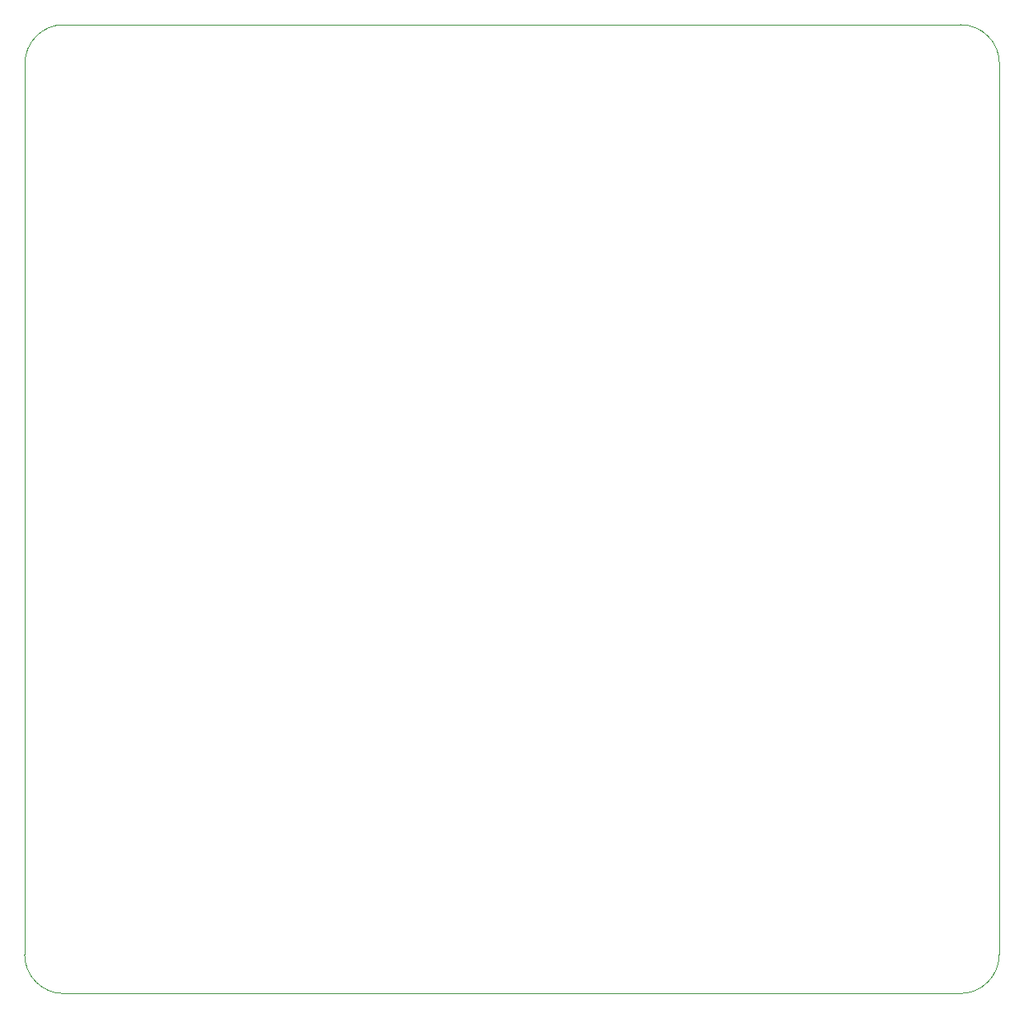
<source format=gm1>
G04 #@! TF.GenerationSoftware,KiCad,Pcbnew,8.0.6*
G04 #@! TF.CreationDate,2025-01-07T14:18:53+11:00*
G04 #@! TF.ProjectId,MPPT_V3,4d505054-5f56-4332-9e6b-696361645f70,rev?*
G04 #@! TF.SameCoordinates,Original*
G04 #@! TF.FileFunction,Profile,NP*
%FSLAX46Y46*%
G04 Gerber Fmt 4.6, Leading zero omitted, Abs format (unit mm)*
G04 Created by KiCad (PCBNEW 8.0.6) date 2025-01-07 14:18:53*
%MOMM*%
%LPD*%
G01*
G04 APERTURE LIST*
G04 #@! TA.AperFunction,Profile*
%ADD10C,0.050000*%
G04 #@! TD*
G04 APERTURE END LIST*
D10*
X179850000Y-148720000D02*
G75*
G02*
X175850000Y-152720000I-3999900J-100D01*
G01*
X175850000Y-152720000D02*
X83850000Y-152720000D01*
X83850000Y-152720000D02*
G75*
G02*
X79850000Y-148720000I0J4000000D01*
G01*
X83874978Y-53286737D02*
X175874978Y-53286737D01*
X175874978Y-53286737D02*
G75*
G02*
X179874963Y-57286737I-78J-4000063D01*
G01*
X79850000Y-148720000D02*
X79874978Y-57286737D01*
X179874978Y-57286737D02*
X179850000Y-148720000D01*
X79874978Y-57286737D02*
G75*
G02*
X83874978Y-53286778I3999922J37D01*
G01*
M02*

</source>
